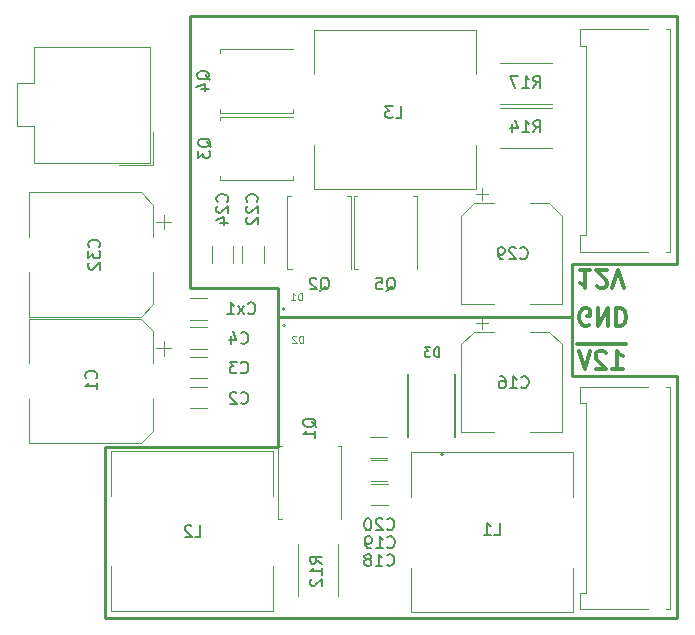
<source format=gbr>
%TF.GenerationSoftware,KiCad,Pcbnew,(5.1.8)-1*%
%TF.CreationDate,2021-10-03T21:30:47+08:00*%
%TF.ProjectId,-18v~18v Dual-Power,2d313876-7e31-4387-9620-4475616c2d50,rev?*%
%TF.SameCoordinates,Original*%
%TF.FileFunction,Legend,Bot*%
%TF.FilePolarity,Positive*%
%FSLAX46Y46*%
G04 Gerber Fmt 4.6, Leading zero omitted, Abs format (unit mm)*
G04 Created by KiCad (PCBNEW (5.1.8)-1) date 2021-10-03 21:30:47*
%MOMM*%
%LPD*%
G01*
G04 APERTURE LIST*
%ADD10C,0.120000*%
%ADD11C,0.300000*%
%ADD12C,0.250000*%
%ADD13C,0.127000*%
%ADD14C,0.200000*%
%ADD15C,0.100000*%
%ADD16C,0.150000*%
G04 APERTURE END LIST*
D10*
X135951421Y-87500000D02*
G75*
G03*
X135951421Y-87500000I-141421J0D01*
G01*
X135941421Y-86100000D02*
G75*
G03*
X135941421Y-86100000I-141421J0D01*
G01*
D11*
X161657142Y-87450000D02*
X161514285Y-87521428D01*
X161300000Y-87521428D01*
X161085714Y-87450000D01*
X160942857Y-87307142D01*
X160871428Y-87164285D01*
X160800000Y-86878571D01*
X160800000Y-86664285D01*
X160871428Y-86378571D01*
X160942857Y-86235714D01*
X161085714Y-86092857D01*
X161300000Y-86021428D01*
X161442857Y-86021428D01*
X161657142Y-86092857D01*
X161728571Y-86164285D01*
X161728571Y-86664285D01*
X161442857Y-86664285D01*
X162371428Y-86021428D02*
X162371428Y-87521428D01*
X163228571Y-86021428D01*
X163228571Y-87521428D01*
X163942857Y-86021428D02*
X163942857Y-87521428D01*
X164300000Y-87521428D01*
X164514285Y-87450000D01*
X164657142Y-87307142D01*
X164728571Y-87164285D01*
X164800000Y-86878571D01*
X164800000Y-86664285D01*
X164728571Y-86378571D01*
X164657142Y-86235714D01*
X164514285Y-86092857D01*
X164300000Y-86021428D01*
X163942857Y-86021428D01*
X164771427Y-89030000D02*
X163342856Y-89030000D01*
X163628570Y-91178571D02*
X164485713Y-91178571D01*
X164057141Y-91178571D02*
X164057141Y-89678571D01*
X164199999Y-89892857D01*
X164342856Y-90035714D01*
X164485713Y-90107142D01*
X163342856Y-89030000D02*
X161914284Y-89030000D01*
X163057141Y-89821428D02*
X162985713Y-89750000D01*
X162842856Y-89678571D01*
X162485713Y-89678571D01*
X162342856Y-89750000D01*
X162271427Y-89821428D01*
X162199999Y-89964285D01*
X162199999Y-90107142D01*
X162271427Y-90321428D01*
X163128570Y-91178571D01*
X162199999Y-91178571D01*
X161914284Y-89030000D02*
X160628570Y-89030000D01*
X161771427Y-89678571D02*
X161271427Y-91178571D01*
X160771427Y-89678571D01*
X161771428Y-82821428D02*
X160914285Y-82821428D01*
X161342857Y-82821428D02*
X161342857Y-84321428D01*
X161200000Y-84107142D01*
X161057142Y-83964285D01*
X160914285Y-83892857D01*
X162342857Y-84178571D02*
X162414285Y-84250000D01*
X162557142Y-84321428D01*
X162914285Y-84321428D01*
X163057142Y-84250000D01*
X163128571Y-84178571D01*
X163200000Y-84035714D01*
X163200000Y-83892857D01*
X163128571Y-83678571D01*
X162271428Y-82821428D01*
X163200000Y-82821428D01*
X163628571Y-84321428D02*
X164128571Y-82821428D01*
X164628571Y-84321428D01*
D12*
X160200000Y-91760000D02*
X169100000Y-91760000D01*
X160200000Y-91760000D02*
X160200000Y-86800000D01*
X160200000Y-82300000D02*
X169100000Y-82300000D01*
X160200000Y-86800000D02*
X160200000Y-82300000D01*
X135300000Y-97800000D02*
X135300000Y-86800000D01*
X120700000Y-97800000D02*
X135300000Y-97800000D01*
X120700000Y-112300000D02*
X120700000Y-97800000D01*
X169100000Y-112300000D02*
X120700000Y-112300000D01*
X169100000Y-91760000D02*
X169100000Y-112300000D01*
X135300000Y-84300000D02*
X135300000Y-86800000D01*
X127900000Y-84300000D02*
X135300000Y-84300000D01*
X127900000Y-61300000D02*
X127900000Y-84300000D01*
X169100000Y-61300000D02*
X127900000Y-61300000D01*
X169100000Y-82300000D02*
X169100000Y-61300000D01*
X135300000Y-86800000D02*
X160200000Y-86800000D01*
D13*
%TO.C,D3*%
X150285000Y-96985000D02*
X150285000Y-91615000D01*
X146315000Y-91615000D02*
X146315000Y-96985000D01*
D14*
X149300000Y-98400000D02*
G75*
G03*
X149300000Y-98400000I-100000J0D01*
G01*
D10*
%TO.C,R17*%
X158507064Y-68710000D02*
X154152936Y-68710000D01*
X158507064Y-65290000D02*
X154152936Y-65290000D01*
%TO.C,Q5*%
X146785000Y-76580000D02*
X147085000Y-76580000D01*
X142015000Y-76580000D02*
X141715000Y-76580000D01*
X142065000Y-82700000D02*
X141715000Y-82700000D01*
X147085000Y-76580000D02*
X147085000Y-82700000D01*
X141715000Y-76580000D02*
X141715000Y-82700000D01*
%TO.C,Q4*%
X130440000Y-64415000D02*
X130440000Y-64115000D01*
X130440000Y-69185000D02*
X130440000Y-69485000D01*
X136560000Y-69135000D02*
X136560000Y-69485000D01*
X130440000Y-64115000D02*
X136560000Y-64115000D01*
X130440000Y-69485000D02*
X136560000Y-69485000D01*
%TO.C,Cx1*%
X129311252Y-85190000D02*
X127888748Y-85190000D01*
X129311252Y-87010000D02*
X127888748Y-87010000D01*
%TO.C,C24*%
X129690000Y-80788748D02*
X129690000Y-82211252D01*
X131510000Y-80788748D02*
X131510000Y-82211252D01*
%TO.C,C22*%
X132290000Y-80788748D02*
X132290000Y-82211252D01*
X134110000Y-80788748D02*
X134110000Y-82211252D01*
%TO.C,C20*%
X144576252Y-98890000D02*
X143153748Y-98890000D01*
X144576252Y-100710000D02*
X143153748Y-100710000D01*
%TO.C,C19*%
X144611252Y-100890000D02*
X143188748Y-100890000D01*
X144611252Y-102710000D02*
X143188748Y-102710000D01*
%TO.C,C18*%
X144551252Y-96910000D02*
X143128748Y-96910000D01*
X144551252Y-98730000D02*
X143128748Y-98730000D01*
%TO.C,C4*%
X127888748Y-89465556D02*
X129311252Y-89465556D01*
X127888748Y-87645556D02*
X129311252Y-87645556D01*
%TO.C,C3*%
X127888748Y-91987778D02*
X129311252Y-91987778D01*
X127888748Y-90167778D02*
X129311252Y-90167778D01*
%TO.C,C2*%
X127888748Y-94510000D02*
X129311252Y-94510000D01*
X127888748Y-92690000D02*
X129311252Y-92690000D01*
%TO.C,J3*%
X124460000Y-68800000D02*
X124460000Y-73710000D01*
X124460000Y-73710000D02*
X114640000Y-73710000D01*
X114640000Y-73710000D02*
X114640000Y-70610000D01*
X114640000Y-70610000D02*
X113240000Y-70610000D01*
X113240000Y-70610000D02*
X113240000Y-68800000D01*
X124460000Y-68800000D02*
X124460000Y-63890000D01*
X124460000Y-63890000D02*
X114640000Y-63890000D01*
X114640000Y-63890000D02*
X114640000Y-66990000D01*
X114640000Y-66990000D02*
X113240000Y-66990000D01*
X113240000Y-66990000D02*
X113240000Y-68800000D01*
X124700000Y-71100000D02*
X124700000Y-73950000D01*
X124700000Y-73950000D02*
X121850000Y-73950000D01*
%TO.C,J2*%
X168200000Y-92675000D02*
X168510000Y-92675000D01*
X168510000Y-92675000D02*
X168510000Y-111545000D01*
X168510000Y-111545000D02*
X168200000Y-111545000D01*
X166680000Y-92675000D02*
X160920000Y-92675000D01*
X160920000Y-92675000D02*
X160920000Y-94095000D01*
X160920000Y-94095000D02*
X161420000Y-94095000D01*
X161420000Y-94095000D02*
X161420000Y-110125000D01*
X161420000Y-110125000D02*
X160920000Y-110125000D01*
X160920000Y-110125000D02*
X160920000Y-111545000D01*
X160920000Y-111545000D02*
X166680000Y-111545000D01*
%TO.C,J1*%
X168200000Y-62425000D02*
X168510000Y-62425000D01*
X168510000Y-62425000D02*
X168510000Y-81295000D01*
X168510000Y-81295000D02*
X168200000Y-81295000D01*
X166680000Y-62425000D02*
X160920000Y-62425000D01*
X160920000Y-62425000D02*
X160920000Y-63845000D01*
X160920000Y-63845000D02*
X161420000Y-63845000D01*
X161420000Y-63845000D02*
X161420000Y-79875000D01*
X161420000Y-79875000D02*
X160920000Y-79875000D01*
X160920000Y-79875000D02*
X160920000Y-81295000D01*
X160920000Y-81295000D02*
X166680000Y-81295000D01*
%TO.C,C32*%
X114240000Y-86760000D02*
X114240000Y-83010000D01*
X114240000Y-76240000D02*
X114240000Y-79990000D01*
X123695563Y-76240000D02*
X114240000Y-76240000D01*
X123695563Y-86760000D02*
X114240000Y-86760000D01*
X124760000Y-85695563D02*
X124760000Y-83010000D01*
X124760000Y-77304437D02*
X124760000Y-79990000D01*
X124760000Y-77304437D02*
X123695563Y-76240000D01*
X124760000Y-85695563D02*
X123695563Y-86760000D01*
X126250000Y-78740000D02*
X125000000Y-78740000D01*
X125625000Y-78115000D02*
X125625000Y-79365000D01*
%TO.C,L1*%
X160250000Y-111750000D02*
X153400000Y-111750000D01*
X160250000Y-108000000D02*
X160250000Y-111750000D01*
X146550000Y-111750000D02*
X153400000Y-111750000D01*
X146550000Y-108000000D02*
X146550000Y-111750000D01*
X146550000Y-98250000D02*
X153400000Y-98250000D01*
X146550000Y-102000000D02*
X146550000Y-98250000D01*
X160250000Y-98250000D02*
X153400000Y-98250000D01*
X160250000Y-102000000D02*
X160250000Y-98250000D01*
%TO.C,R14*%
X158507064Y-69090000D02*
X154152936Y-69090000D01*
X158507064Y-72510000D02*
X154152936Y-72510000D01*
%TO.C,R12*%
X136990000Y-106022936D02*
X136990000Y-110377064D01*
X140410000Y-106022936D02*
X140410000Y-110377064D01*
D15*
%TO.C,Q1*%
X140385000Y-97740000D02*
X140685000Y-97740000D01*
X135615000Y-97740000D02*
X135315000Y-97740000D01*
X135665000Y-103860000D02*
X135315000Y-103860000D01*
X140685000Y-97740000D02*
X140685000Y-103860000D01*
X135315000Y-97740000D02*
X135315000Y-103860000D01*
D10*
%TO.C,L3*%
X138350000Y-62450000D02*
X145200000Y-62450000D01*
X138350000Y-66200000D02*
X138350000Y-62450000D01*
X152050000Y-62450000D02*
X145200000Y-62450000D01*
X152050000Y-66200000D02*
X152050000Y-62450000D01*
X152050000Y-75950000D02*
X145200000Y-75950000D01*
X152050000Y-72200000D02*
X152050000Y-75950000D01*
X138350000Y-75950000D02*
X145200000Y-75950000D01*
X138350000Y-72200000D02*
X138350000Y-75950000D01*
%TO.C,L2*%
X121150000Y-98150000D02*
X128000000Y-98150000D01*
X121150000Y-101900000D02*
X121150000Y-98150000D01*
X134850000Y-98150000D02*
X128000000Y-98150000D01*
X134850000Y-101900000D02*
X134850000Y-98150000D01*
X134850000Y-111650000D02*
X128000000Y-111650000D01*
X134850000Y-107900000D02*
X134850000Y-111650000D01*
X121150000Y-111650000D02*
X128000000Y-111650000D01*
X121150000Y-107900000D02*
X121150000Y-111650000D01*
D15*
%TO.C,C29*%
X152090000Y-76400000D02*
X153090000Y-76400000D01*
X152590000Y-75900000D02*
X152590000Y-76900000D01*
X158295563Y-77140000D02*
X159360000Y-78204437D01*
X151904437Y-77140000D02*
X150840000Y-78204437D01*
X151904437Y-77140000D02*
X153590000Y-77140000D01*
X158295563Y-77140000D02*
X156610000Y-77140000D01*
X159360000Y-78204437D02*
X159360000Y-85660000D01*
X150840000Y-78204437D02*
X150840000Y-85660000D01*
X150840000Y-85660000D02*
X153590000Y-85660000D01*
X159360000Y-85660000D02*
X156610000Y-85660000D01*
%TO.C,Q3*%
X130440000Y-70115000D02*
X130440000Y-69815000D01*
X130440000Y-74885000D02*
X130440000Y-75185000D01*
X136560000Y-74835000D02*
X136560000Y-75185000D01*
X130440000Y-69815000D02*
X136560000Y-69815000D01*
X130440000Y-75185000D02*
X136560000Y-75185000D01*
%TO.C,Q2*%
X141185000Y-76580000D02*
X141485000Y-76580000D01*
X136415000Y-76580000D02*
X136115000Y-76580000D01*
X136465000Y-82700000D02*
X136115000Y-82700000D01*
X141485000Y-76580000D02*
X141485000Y-82700000D01*
X136115000Y-76580000D02*
X136115000Y-82700000D01*
%TO.C,D2*%
X135860000Y-87500000D02*
G75*
G03*
X135860000Y-87500000I-50000J0D01*
G01*
%TO.C,D1*%
X135860000Y-86100000D02*
G75*
G03*
X135860000Y-86100000I-50000J0D01*
G01*
%TO.C,C16*%
X152090000Y-87300000D02*
X153090000Y-87300000D01*
X152590000Y-86800000D02*
X152590000Y-87800000D01*
X158295563Y-88040000D02*
X159360000Y-89104437D01*
X151904437Y-88040000D02*
X150840000Y-89104437D01*
X151904437Y-88040000D02*
X153590000Y-88040000D01*
X158295563Y-88040000D02*
X156610000Y-88040000D01*
X159360000Y-89104437D02*
X159360000Y-96560000D01*
X150840000Y-89104437D02*
X150840000Y-96560000D01*
X150840000Y-96560000D02*
X153590000Y-96560000D01*
X159360000Y-96560000D02*
X156610000Y-96560000D01*
%TO.C,C1*%
X125625000Y-88815000D02*
X125625000Y-90065000D01*
X126250000Y-89440000D02*
X125000000Y-89440000D01*
X124760000Y-96395563D02*
X123695563Y-97460000D01*
X124760000Y-88004437D02*
X123695563Y-86940000D01*
X124760000Y-88004437D02*
X124760000Y-90690000D01*
X124760000Y-96395563D02*
X124760000Y-93710000D01*
X123695563Y-97460000D02*
X114240000Y-97460000D01*
X123695563Y-86940000D02*
X114240000Y-86940000D01*
X114240000Y-86940000D02*
X114240000Y-90690000D01*
X114240000Y-97460000D02*
X114240000Y-93710000D01*
%TO.C,D3*%
D16*
X148950476Y-90153904D02*
X148950476Y-89353904D01*
X148760000Y-89353904D01*
X148645714Y-89392000D01*
X148569523Y-89468190D01*
X148531428Y-89544380D01*
X148493333Y-89696761D01*
X148493333Y-89811047D01*
X148531428Y-89963428D01*
X148569523Y-90039619D01*
X148645714Y-90115809D01*
X148760000Y-90153904D01*
X148950476Y-90153904D01*
X148226666Y-89353904D02*
X147731428Y-89353904D01*
X147998095Y-89658666D01*
X147883809Y-89658666D01*
X147807619Y-89696761D01*
X147769523Y-89734857D01*
X147731428Y-89811047D01*
X147731428Y-90001523D01*
X147769523Y-90077714D01*
X147807619Y-90115809D01*
X147883809Y-90153904D01*
X148112380Y-90153904D01*
X148188571Y-90115809D01*
X148226666Y-90077714D01*
%TO.C,R17*%
X156942857Y-67352380D02*
X157276190Y-66876190D01*
X157514285Y-67352380D02*
X157514285Y-66352380D01*
X157133333Y-66352380D01*
X157038095Y-66400000D01*
X156990476Y-66447619D01*
X156942857Y-66542857D01*
X156942857Y-66685714D01*
X156990476Y-66780952D01*
X157038095Y-66828571D01*
X157133333Y-66876190D01*
X157514285Y-66876190D01*
X155990476Y-67352380D02*
X156561904Y-67352380D01*
X156276190Y-67352380D02*
X156276190Y-66352380D01*
X156371428Y-66495238D01*
X156466666Y-66590476D01*
X156561904Y-66638095D01*
X155657142Y-66352380D02*
X154990476Y-66352380D01*
X155419047Y-67352380D01*
%TO.C,Q5*%
X144495238Y-84547619D02*
X144590476Y-84500000D01*
X144685714Y-84404761D01*
X144828571Y-84261904D01*
X144923809Y-84214285D01*
X145019047Y-84214285D01*
X144971428Y-84452380D02*
X145066666Y-84404761D01*
X145161904Y-84309523D01*
X145209523Y-84119047D01*
X145209523Y-83785714D01*
X145161904Y-83595238D01*
X145066666Y-83500000D01*
X144971428Y-83452380D01*
X144780952Y-83452380D01*
X144685714Y-83500000D01*
X144590476Y-83595238D01*
X144542857Y-83785714D01*
X144542857Y-84119047D01*
X144590476Y-84309523D01*
X144685714Y-84404761D01*
X144780952Y-84452380D01*
X144971428Y-84452380D01*
X143638095Y-83452380D02*
X144114285Y-83452380D01*
X144161904Y-83928571D01*
X144114285Y-83880952D01*
X144019047Y-83833333D01*
X143780952Y-83833333D01*
X143685714Y-83880952D01*
X143638095Y-83928571D01*
X143590476Y-84023809D01*
X143590476Y-84261904D01*
X143638095Y-84357142D01*
X143685714Y-84404761D01*
X143780952Y-84452380D01*
X144019047Y-84452380D01*
X144114285Y-84404761D01*
X144161904Y-84357142D01*
%TO.C,Q4*%
X129547619Y-66704761D02*
X129500000Y-66609523D01*
X129404761Y-66514285D01*
X129261904Y-66371428D01*
X129214285Y-66276190D01*
X129214285Y-66180952D01*
X129452380Y-66228571D02*
X129404761Y-66133333D01*
X129309523Y-66038095D01*
X129119047Y-65990476D01*
X128785714Y-65990476D01*
X128595238Y-66038095D01*
X128500000Y-66133333D01*
X128452380Y-66228571D01*
X128452380Y-66419047D01*
X128500000Y-66514285D01*
X128595238Y-66609523D01*
X128785714Y-66657142D01*
X129119047Y-66657142D01*
X129309523Y-66609523D01*
X129404761Y-66514285D01*
X129452380Y-66419047D01*
X129452380Y-66228571D01*
X128785714Y-67514285D02*
X129452380Y-67514285D01*
X128404761Y-67276190D02*
X129119047Y-67038095D01*
X129119047Y-67657142D01*
%TO.C,Cx1*%
X132771428Y-86457142D02*
X132819047Y-86504761D01*
X132961904Y-86552380D01*
X133057142Y-86552380D01*
X133200000Y-86504761D01*
X133295238Y-86409523D01*
X133342857Y-86314285D01*
X133390476Y-86123809D01*
X133390476Y-85980952D01*
X133342857Y-85790476D01*
X133295238Y-85695238D01*
X133200000Y-85600000D01*
X133057142Y-85552380D01*
X132961904Y-85552380D01*
X132819047Y-85600000D01*
X132771428Y-85647619D01*
X132438095Y-86552380D02*
X131914285Y-85885714D01*
X132438095Y-85885714D02*
X131914285Y-86552380D01*
X131009523Y-86552380D02*
X131580952Y-86552380D01*
X131295238Y-86552380D02*
X131295238Y-85552380D01*
X131390476Y-85695238D01*
X131485714Y-85790476D01*
X131580952Y-85838095D01*
%TO.C,C24*%
X131007142Y-77017142D02*
X131054761Y-76969523D01*
X131102380Y-76826666D01*
X131102380Y-76731428D01*
X131054761Y-76588571D01*
X130959523Y-76493333D01*
X130864285Y-76445714D01*
X130673809Y-76398095D01*
X130530952Y-76398095D01*
X130340476Y-76445714D01*
X130245238Y-76493333D01*
X130150000Y-76588571D01*
X130102380Y-76731428D01*
X130102380Y-76826666D01*
X130150000Y-76969523D01*
X130197619Y-77017142D01*
X130197619Y-77398095D02*
X130150000Y-77445714D01*
X130102380Y-77540952D01*
X130102380Y-77779047D01*
X130150000Y-77874285D01*
X130197619Y-77921904D01*
X130292857Y-77969523D01*
X130388095Y-77969523D01*
X130530952Y-77921904D01*
X131102380Y-77350476D01*
X131102380Y-77969523D01*
X130435714Y-78826666D02*
X131102380Y-78826666D01*
X130054761Y-78588571D02*
X130769047Y-78350476D01*
X130769047Y-78969523D01*
%TO.C,C22*%
X133507142Y-77017143D02*
X133554761Y-76969524D01*
X133602380Y-76826667D01*
X133602380Y-76731429D01*
X133554761Y-76588572D01*
X133459523Y-76493334D01*
X133364285Y-76445715D01*
X133173809Y-76398096D01*
X133030952Y-76398096D01*
X132840476Y-76445715D01*
X132745238Y-76493334D01*
X132650000Y-76588572D01*
X132602380Y-76731429D01*
X132602380Y-76826667D01*
X132650000Y-76969524D01*
X132697619Y-77017143D01*
X132697619Y-77398096D02*
X132650000Y-77445715D01*
X132602380Y-77540953D01*
X132602380Y-77779048D01*
X132650000Y-77874286D01*
X132697619Y-77921905D01*
X132792857Y-77969524D01*
X132888095Y-77969524D01*
X133030952Y-77921905D01*
X133602380Y-77350477D01*
X133602380Y-77969524D01*
X132697619Y-78350477D02*
X132650000Y-78398096D01*
X132602380Y-78493334D01*
X132602380Y-78731429D01*
X132650000Y-78826667D01*
X132697619Y-78874286D01*
X132792857Y-78921905D01*
X132888095Y-78921905D01*
X133030952Y-78874286D01*
X133602380Y-78302858D01*
X133602380Y-78921905D01*
%TO.C,C20*%
X144542857Y-104737142D02*
X144590476Y-104784761D01*
X144733333Y-104832380D01*
X144828571Y-104832380D01*
X144971428Y-104784761D01*
X145066666Y-104689523D01*
X145114285Y-104594285D01*
X145161904Y-104403809D01*
X145161904Y-104260952D01*
X145114285Y-104070476D01*
X145066666Y-103975238D01*
X144971428Y-103880000D01*
X144828571Y-103832380D01*
X144733333Y-103832380D01*
X144590476Y-103880000D01*
X144542857Y-103927619D01*
X144161904Y-103927619D02*
X144114285Y-103880000D01*
X144019047Y-103832380D01*
X143780952Y-103832380D01*
X143685714Y-103880000D01*
X143638095Y-103927619D01*
X143590476Y-104022857D01*
X143590476Y-104118095D01*
X143638095Y-104260952D01*
X144209523Y-104832380D01*
X143590476Y-104832380D01*
X142971428Y-103832380D02*
X142876190Y-103832380D01*
X142780952Y-103880000D01*
X142733333Y-103927619D01*
X142685714Y-104022857D01*
X142638095Y-104213333D01*
X142638095Y-104451428D01*
X142685714Y-104641904D01*
X142733333Y-104737142D01*
X142780952Y-104784761D01*
X142876190Y-104832380D01*
X142971428Y-104832380D01*
X143066666Y-104784761D01*
X143114285Y-104737142D01*
X143161904Y-104641904D01*
X143209523Y-104451428D01*
X143209523Y-104213333D01*
X143161904Y-104022857D01*
X143114285Y-103927619D01*
X143066666Y-103880000D01*
X142971428Y-103832380D01*
%TO.C,C19*%
X144577857Y-106257142D02*
X144625476Y-106304761D01*
X144768333Y-106352380D01*
X144863571Y-106352380D01*
X145006428Y-106304761D01*
X145101666Y-106209523D01*
X145149285Y-106114285D01*
X145196904Y-105923809D01*
X145196904Y-105780952D01*
X145149285Y-105590476D01*
X145101666Y-105495238D01*
X145006428Y-105400000D01*
X144863571Y-105352380D01*
X144768333Y-105352380D01*
X144625476Y-105400000D01*
X144577857Y-105447619D01*
X143625476Y-106352380D02*
X144196904Y-106352380D01*
X143911190Y-106352380D02*
X143911190Y-105352380D01*
X144006428Y-105495238D01*
X144101666Y-105590476D01*
X144196904Y-105638095D01*
X143149285Y-106352380D02*
X142958809Y-106352380D01*
X142863571Y-106304761D01*
X142815952Y-106257142D01*
X142720714Y-106114285D01*
X142673095Y-105923809D01*
X142673095Y-105542857D01*
X142720714Y-105447619D01*
X142768333Y-105400000D01*
X142863571Y-105352380D01*
X143054047Y-105352380D01*
X143149285Y-105400000D01*
X143196904Y-105447619D01*
X143244523Y-105542857D01*
X143244523Y-105780952D01*
X143196904Y-105876190D01*
X143149285Y-105923809D01*
X143054047Y-105971428D01*
X142863571Y-105971428D01*
X142768333Y-105923809D01*
X142720714Y-105876190D01*
X142673095Y-105780952D01*
%TO.C,C18*%
X144542857Y-107757142D02*
X144590476Y-107804761D01*
X144733333Y-107852380D01*
X144828571Y-107852380D01*
X144971428Y-107804761D01*
X145066666Y-107709523D01*
X145114285Y-107614285D01*
X145161904Y-107423809D01*
X145161904Y-107280952D01*
X145114285Y-107090476D01*
X145066666Y-106995238D01*
X144971428Y-106900000D01*
X144828571Y-106852380D01*
X144733333Y-106852380D01*
X144590476Y-106900000D01*
X144542857Y-106947619D01*
X143590476Y-107852380D02*
X144161904Y-107852380D01*
X143876190Y-107852380D02*
X143876190Y-106852380D01*
X143971428Y-106995238D01*
X144066666Y-107090476D01*
X144161904Y-107138095D01*
X143019047Y-107280952D02*
X143114285Y-107233333D01*
X143161904Y-107185714D01*
X143209523Y-107090476D01*
X143209523Y-107042857D01*
X143161904Y-106947619D01*
X143114285Y-106900000D01*
X143019047Y-106852380D01*
X142828571Y-106852380D01*
X142733333Y-106900000D01*
X142685714Y-106947619D01*
X142638095Y-107042857D01*
X142638095Y-107090476D01*
X142685714Y-107185714D01*
X142733333Y-107233333D01*
X142828571Y-107280952D01*
X143019047Y-107280952D01*
X143114285Y-107328571D01*
X143161904Y-107376190D01*
X143209523Y-107471428D01*
X143209523Y-107661904D01*
X143161904Y-107757142D01*
X143114285Y-107804761D01*
X143019047Y-107852380D01*
X142828571Y-107852380D01*
X142733333Y-107804761D01*
X142685714Y-107757142D01*
X142638095Y-107661904D01*
X142638095Y-107471428D01*
X142685714Y-107376190D01*
X142733333Y-107328571D01*
X142828571Y-107280952D01*
%TO.C,C4*%
X132166666Y-88957142D02*
X132214285Y-89004761D01*
X132357142Y-89052380D01*
X132452380Y-89052380D01*
X132595238Y-89004761D01*
X132690476Y-88909523D01*
X132738095Y-88814285D01*
X132785714Y-88623809D01*
X132785714Y-88480952D01*
X132738095Y-88290476D01*
X132690476Y-88195238D01*
X132595238Y-88100000D01*
X132452380Y-88052380D01*
X132357142Y-88052380D01*
X132214285Y-88100000D01*
X132166666Y-88147619D01*
X131309523Y-88385714D02*
X131309523Y-89052380D01*
X131547619Y-88004761D02*
X131785714Y-88719047D01*
X131166666Y-88719047D01*
%TO.C,C3*%
X132166666Y-91457142D02*
X132214285Y-91504761D01*
X132357142Y-91552380D01*
X132452380Y-91552380D01*
X132595238Y-91504761D01*
X132690476Y-91409523D01*
X132738095Y-91314285D01*
X132785714Y-91123809D01*
X132785714Y-90980952D01*
X132738095Y-90790476D01*
X132690476Y-90695238D01*
X132595238Y-90600000D01*
X132452380Y-90552380D01*
X132357142Y-90552380D01*
X132214285Y-90600000D01*
X132166666Y-90647619D01*
X131833333Y-90552380D02*
X131214285Y-90552380D01*
X131547619Y-90933333D01*
X131404761Y-90933333D01*
X131309523Y-90980952D01*
X131261904Y-91028571D01*
X131214285Y-91123809D01*
X131214285Y-91361904D01*
X131261904Y-91457142D01*
X131309523Y-91504761D01*
X131404761Y-91552380D01*
X131690476Y-91552380D01*
X131785714Y-91504761D01*
X131833333Y-91457142D01*
%TO.C,C2*%
X132166666Y-94057142D02*
X132214285Y-94104761D01*
X132357142Y-94152380D01*
X132452380Y-94152380D01*
X132595238Y-94104761D01*
X132690476Y-94009523D01*
X132738095Y-93914285D01*
X132785714Y-93723809D01*
X132785714Y-93580952D01*
X132738095Y-93390476D01*
X132690476Y-93295238D01*
X132595238Y-93200000D01*
X132452380Y-93152380D01*
X132357142Y-93152380D01*
X132214285Y-93200000D01*
X132166666Y-93247619D01*
X131785714Y-93247619D02*
X131738095Y-93200000D01*
X131642857Y-93152380D01*
X131404761Y-93152380D01*
X131309523Y-93200000D01*
X131261904Y-93247619D01*
X131214285Y-93342857D01*
X131214285Y-93438095D01*
X131261904Y-93580952D01*
X131833333Y-94152380D01*
X131214285Y-94152380D01*
%TO.C,C32*%
X120157142Y-80857142D02*
X120204761Y-80809523D01*
X120252380Y-80666666D01*
X120252380Y-80571428D01*
X120204761Y-80428571D01*
X120109523Y-80333333D01*
X120014285Y-80285714D01*
X119823809Y-80238095D01*
X119680952Y-80238095D01*
X119490476Y-80285714D01*
X119395238Y-80333333D01*
X119300000Y-80428571D01*
X119252380Y-80571428D01*
X119252380Y-80666666D01*
X119300000Y-80809523D01*
X119347619Y-80857142D01*
X119252380Y-81190476D02*
X119252380Y-81809523D01*
X119633333Y-81476190D01*
X119633333Y-81619047D01*
X119680952Y-81714285D01*
X119728571Y-81761904D01*
X119823809Y-81809523D01*
X120061904Y-81809523D01*
X120157142Y-81761904D01*
X120204761Y-81714285D01*
X120252380Y-81619047D01*
X120252380Y-81333333D01*
X120204761Y-81238095D01*
X120157142Y-81190476D01*
X119347619Y-82190476D02*
X119300000Y-82238095D01*
X119252380Y-82333333D01*
X119252380Y-82571428D01*
X119300000Y-82666666D01*
X119347619Y-82714285D01*
X119442857Y-82761904D01*
X119538095Y-82761904D01*
X119680952Y-82714285D01*
X120252380Y-82142857D01*
X120252380Y-82761904D01*
%TO.C,L1*%
X153616666Y-105232380D02*
X154092857Y-105232380D01*
X154092857Y-104232380D01*
X152759523Y-105232380D02*
X153330952Y-105232380D01*
X153045238Y-105232380D02*
X153045238Y-104232380D01*
X153140476Y-104375238D01*
X153235714Y-104470476D01*
X153330952Y-104518095D01*
%TO.C,R14*%
X156942857Y-71132380D02*
X157276190Y-70656190D01*
X157514285Y-71132380D02*
X157514285Y-70132380D01*
X157133333Y-70132380D01*
X157038095Y-70180000D01*
X156990476Y-70227619D01*
X156942857Y-70322857D01*
X156942857Y-70465714D01*
X156990476Y-70560952D01*
X157038095Y-70608571D01*
X157133333Y-70656190D01*
X157514285Y-70656190D01*
X155990476Y-71132380D02*
X156561904Y-71132380D01*
X156276190Y-71132380D02*
X156276190Y-70132380D01*
X156371428Y-70275238D01*
X156466666Y-70370476D01*
X156561904Y-70418095D01*
X155133333Y-70465714D02*
X155133333Y-71132380D01*
X155371428Y-70084761D02*
X155609523Y-70799047D01*
X154990476Y-70799047D01*
%TO.C,R12*%
X139042380Y-107657142D02*
X138566190Y-107323809D01*
X139042380Y-107085714D02*
X138042380Y-107085714D01*
X138042380Y-107466666D01*
X138090000Y-107561904D01*
X138137619Y-107609523D01*
X138232857Y-107657142D01*
X138375714Y-107657142D01*
X138470952Y-107609523D01*
X138518571Y-107561904D01*
X138566190Y-107466666D01*
X138566190Y-107085714D01*
X139042380Y-108609523D02*
X139042380Y-108038095D01*
X139042380Y-108323809D02*
X138042380Y-108323809D01*
X138185238Y-108228571D01*
X138280476Y-108133333D01*
X138328095Y-108038095D01*
X138137619Y-108990476D02*
X138090000Y-109038095D01*
X138042380Y-109133333D01*
X138042380Y-109371428D01*
X138090000Y-109466666D01*
X138137619Y-109514285D01*
X138232857Y-109561904D01*
X138328095Y-109561904D01*
X138470952Y-109514285D01*
X139042380Y-108942857D01*
X139042380Y-109561904D01*
%TO.C,Q1*%
X138547619Y-96104761D02*
X138500000Y-96009523D01*
X138404761Y-95914285D01*
X138261904Y-95771428D01*
X138214285Y-95676190D01*
X138214285Y-95580952D01*
X138452380Y-95628571D02*
X138404761Y-95533333D01*
X138309523Y-95438095D01*
X138119047Y-95390476D01*
X137785714Y-95390476D01*
X137595238Y-95438095D01*
X137500000Y-95533333D01*
X137452380Y-95628571D01*
X137452380Y-95819047D01*
X137500000Y-95914285D01*
X137595238Y-96009523D01*
X137785714Y-96057142D01*
X138119047Y-96057142D01*
X138309523Y-96009523D01*
X138404761Y-95914285D01*
X138452380Y-95819047D01*
X138452380Y-95628571D01*
X138452380Y-97009523D02*
X138452380Y-96438095D01*
X138452380Y-96723809D02*
X137452380Y-96723809D01*
X137595238Y-96628571D01*
X137690476Y-96533333D01*
X137738095Y-96438095D01*
%TO.C,L3*%
X145266666Y-69922380D02*
X145742857Y-69922380D01*
X145742857Y-68922380D01*
X145028571Y-68922380D02*
X144409523Y-68922380D01*
X144742857Y-69303333D01*
X144600000Y-69303333D01*
X144504761Y-69350952D01*
X144457142Y-69398571D01*
X144409523Y-69493809D01*
X144409523Y-69731904D01*
X144457142Y-69827142D01*
X144504761Y-69874761D01*
X144600000Y-69922380D01*
X144885714Y-69922380D01*
X144980952Y-69874761D01*
X145028571Y-69827142D01*
%TO.C,L2*%
X128256666Y-105392380D02*
X128732857Y-105392380D01*
X128732857Y-104392380D01*
X127970952Y-104487619D02*
X127923333Y-104440000D01*
X127828095Y-104392380D01*
X127590000Y-104392380D01*
X127494761Y-104440000D01*
X127447142Y-104487619D01*
X127399523Y-104582857D01*
X127399523Y-104678095D01*
X127447142Y-104820952D01*
X128018571Y-105392380D01*
X127399523Y-105392380D01*
%TO.C,C29*%
X155832857Y-81787142D02*
X155880476Y-81834761D01*
X156023333Y-81882380D01*
X156118571Y-81882380D01*
X156261428Y-81834761D01*
X156356666Y-81739523D01*
X156404285Y-81644285D01*
X156451904Y-81453809D01*
X156451904Y-81310952D01*
X156404285Y-81120476D01*
X156356666Y-81025238D01*
X156261428Y-80930000D01*
X156118571Y-80882380D01*
X156023333Y-80882380D01*
X155880476Y-80930000D01*
X155832857Y-80977619D01*
X155451904Y-80977619D02*
X155404285Y-80930000D01*
X155309047Y-80882380D01*
X155070952Y-80882380D01*
X154975714Y-80930000D01*
X154928095Y-80977619D01*
X154880476Y-81072857D01*
X154880476Y-81168095D01*
X154928095Y-81310952D01*
X155499523Y-81882380D01*
X154880476Y-81882380D01*
X154404285Y-81882380D02*
X154213809Y-81882380D01*
X154118571Y-81834761D01*
X154070952Y-81787142D01*
X153975714Y-81644285D01*
X153928095Y-81453809D01*
X153928095Y-81072857D01*
X153975714Y-80977619D01*
X154023333Y-80930000D01*
X154118571Y-80882380D01*
X154309047Y-80882380D01*
X154404285Y-80930000D01*
X154451904Y-80977619D01*
X154499523Y-81072857D01*
X154499523Y-81310952D01*
X154451904Y-81406190D01*
X154404285Y-81453809D01*
X154309047Y-81501428D01*
X154118571Y-81501428D01*
X154023333Y-81453809D01*
X153975714Y-81406190D01*
X153928095Y-81310952D01*
%TO.C,Q3*%
X129647619Y-72404761D02*
X129600000Y-72309523D01*
X129504761Y-72214285D01*
X129361904Y-72071428D01*
X129314285Y-71976190D01*
X129314285Y-71880952D01*
X129552380Y-71928571D02*
X129504761Y-71833333D01*
X129409523Y-71738095D01*
X129219047Y-71690476D01*
X128885714Y-71690476D01*
X128695238Y-71738095D01*
X128600000Y-71833333D01*
X128552380Y-71928571D01*
X128552380Y-72119047D01*
X128600000Y-72214285D01*
X128695238Y-72309523D01*
X128885714Y-72357142D01*
X129219047Y-72357142D01*
X129409523Y-72309523D01*
X129504761Y-72214285D01*
X129552380Y-72119047D01*
X129552380Y-71928571D01*
X128552380Y-72690476D02*
X128552380Y-73309523D01*
X128933333Y-72976190D01*
X128933333Y-73119047D01*
X128980952Y-73214285D01*
X129028571Y-73261904D01*
X129123809Y-73309523D01*
X129361904Y-73309523D01*
X129457142Y-73261904D01*
X129504761Y-73214285D01*
X129552380Y-73119047D01*
X129552380Y-72833333D01*
X129504761Y-72738095D01*
X129457142Y-72690476D01*
%TO.C,Q2*%
X138895238Y-84547619D02*
X138990476Y-84500000D01*
X139085714Y-84404761D01*
X139228571Y-84261904D01*
X139323809Y-84214285D01*
X139419047Y-84214285D01*
X139371428Y-84452380D02*
X139466666Y-84404761D01*
X139561904Y-84309523D01*
X139609523Y-84119047D01*
X139609523Y-83785714D01*
X139561904Y-83595238D01*
X139466666Y-83500000D01*
X139371428Y-83452380D01*
X139180952Y-83452380D01*
X139085714Y-83500000D01*
X138990476Y-83595238D01*
X138942857Y-83785714D01*
X138942857Y-84119047D01*
X138990476Y-84309523D01*
X139085714Y-84404761D01*
X139180952Y-84452380D01*
X139371428Y-84452380D01*
X138561904Y-83547619D02*
X138514285Y-83500000D01*
X138419047Y-83452380D01*
X138180952Y-83452380D01*
X138085714Y-83500000D01*
X138038095Y-83547619D01*
X137990476Y-83642857D01*
X137990476Y-83738095D01*
X138038095Y-83880952D01*
X138609523Y-84452380D01*
X137990476Y-84452380D01*
%TO.C,D2*%
D15*
X137442857Y-88971428D02*
X137442857Y-88371428D01*
X137300000Y-88371428D01*
X137214285Y-88400000D01*
X137157142Y-88457142D01*
X137128571Y-88514285D01*
X137100000Y-88628571D01*
X137100000Y-88714285D01*
X137128571Y-88828571D01*
X137157142Y-88885714D01*
X137214285Y-88942857D01*
X137300000Y-88971428D01*
X137442857Y-88971428D01*
X136871428Y-88428571D02*
X136842857Y-88400000D01*
X136785714Y-88371428D01*
X136642857Y-88371428D01*
X136585714Y-88400000D01*
X136557142Y-88428571D01*
X136528571Y-88485714D01*
X136528571Y-88542857D01*
X136557142Y-88628571D01*
X136900000Y-88971428D01*
X136528571Y-88971428D01*
%TO.C,D1*%
X137342857Y-85381479D02*
X137342857Y-84781479D01*
X137200000Y-84781479D01*
X137114285Y-84810051D01*
X137057142Y-84867193D01*
X137028571Y-84924336D01*
X137000000Y-85038622D01*
X137000000Y-85124336D01*
X137028571Y-85238622D01*
X137057142Y-85295765D01*
X137114285Y-85352908D01*
X137200000Y-85381479D01*
X137342857Y-85381479D01*
X136428571Y-85381479D02*
X136771428Y-85381479D01*
X136600000Y-85381479D02*
X136600000Y-84781479D01*
X136657142Y-84867193D01*
X136714285Y-84924336D01*
X136771428Y-84952908D01*
%TO.C,C16*%
D16*
X155912857Y-92707142D02*
X155960476Y-92754761D01*
X156103333Y-92802380D01*
X156198571Y-92802380D01*
X156341428Y-92754761D01*
X156436666Y-92659523D01*
X156484285Y-92564285D01*
X156531904Y-92373809D01*
X156531904Y-92230952D01*
X156484285Y-92040476D01*
X156436666Y-91945238D01*
X156341428Y-91850000D01*
X156198571Y-91802380D01*
X156103333Y-91802380D01*
X155960476Y-91850000D01*
X155912857Y-91897619D01*
X154960476Y-92802380D02*
X155531904Y-92802380D01*
X155246190Y-92802380D02*
X155246190Y-91802380D01*
X155341428Y-91945238D01*
X155436666Y-92040476D01*
X155531904Y-92088095D01*
X154103333Y-91802380D02*
X154293809Y-91802380D01*
X154389047Y-91850000D01*
X154436666Y-91897619D01*
X154531904Y-92040476D01*
X154579523Y-92230952D01*
X154579523Y-92611904D01*
X154531904Y-92707142D01*
X154484285Y-92754761D01*
X154389047Y-92802380D01*
X154198571Y-92802380D01*
X154103333Y-92754761D01*
X154055714Y-92707142D01*
X154008095Y-92611904D01*
X154008095Y-92373809D01*
X154055714Y-92278571D01*
X154103333Y-92230952D01*
X154198571Y-92183333D01*
X154389047Y-92183333D01*
X154484285Y-92230952D01*
X154531904Y-92278571D01*
X154579523Y-92373809D01*
%TO.C,C1*%
X119907142Y-91963333D02*
X119954761Y-91915714D01*
X120002380Y-91772857D01*
X120002380Y-91677619D01*
X119954761Y-91534761D01*
X119859523Y-91439523D01*
X119764285Y-91391904D01*
X119573809Y-91344285D01*
X119430952Y-91344285D01*
X119240476Y-91391904D01*
X119145238Y-91439523D01*
X119050000Y-91534761D01*
X119002380Y-91677619D01*
X119002380Y-91772857D01*
X119050000Y-91915714D01*
X119097619Y-91963333D01*
X120002380Y-92915714D02*
X120002380Y-92344285D01*
X120002380Y-92630000D02*
X119002380Y-92630000D01*
X119145238Y-92534761D01*
X119240476Y-92439523D01*
X119288095Y-92344285D01*
%TD*%
M02*

</source>
